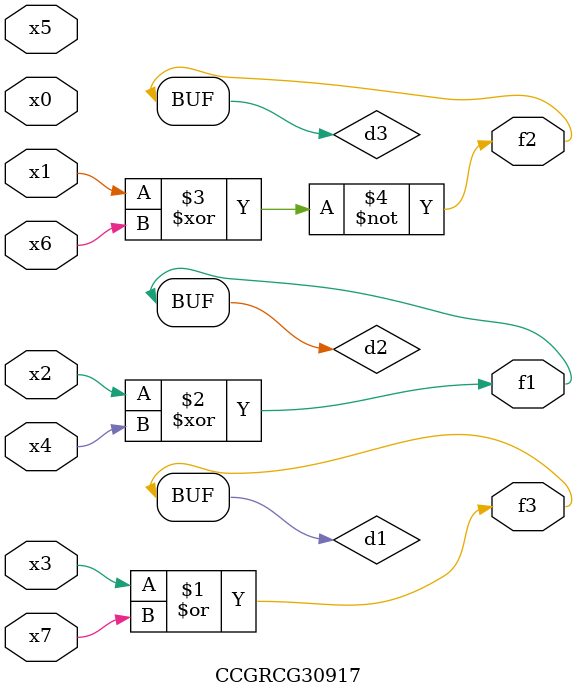
<source format=v>
module CCGRCG30917(
	input x0, x1, x2, x3, x4, x5, x6, x7,
	output f1, f2, f3
);

	wire d1, d2, d3;

	or (d1, x3, x7);
	xor (d2, x2, x4);
	xnor (d3, x1, x6);
	assign f1 = d2;
	assign f2 = d3;
	assign f3 = d1;
endmodule

</source>
